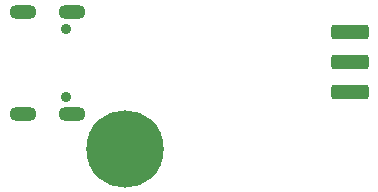
<source format=gbs>
G04*
G04 #@! TF.GenerationSoftware,Altium Limited,Altium Designer,24.4.1 (13)*
G04*
G04 Layer_Color=16711935*
%FSLAX25Y25*%
%MOIN*%
G70*
G04*
G04 #@! TF.SameCoordinates,8F4D0D87-6A9C-402C-AAC4-36E78E1324AD*
G04*
G04*
G04 #@! TF.FilePolarity,Negative*
G04*
G01*
G75*
G04:AMPARAMS|DCode=28|XSize=47.37mil|YSize=126.11mil|CornerRadius=8.92mil|HoleSize=0mil|Usage=FLASHONLY|Rotation=90.000|XOffset=0mil|YOffset=0mil|HoleType=Round|Shape=RoundedRectangle|*
%AMROUNDEDRECTD28*
21,1,0.04737,0.10827,0,0,90.0*
21,1,0.02953,0.12611,0,0,90.0*
1,1,0.01784,0.05413,0.01476*
1,1,0.01784,0.05413,-0.01476*
1,1,0.01784,-0.05413,-0.01476*
1,1,0.01784,-0.05413,0.01476*
%
%ADD28ROUNDEDRECTD28*%
%ADD39O,0.09068X0.04934*%
%ADD40C,0.03556*%
%ADD41C,0.25800*%
D28*
X115157Y11850D02*
D03*
Y21850D02*
D03*
Y31850D02*
D03*
D39*
X22559Y38768D02*
D03*
Y4752D02*
D03*
X6102Y38768D02*
D03*
Y4752D02*
D03*
D40*
X20472Y33138D02*
D03*
Y10382D02*
D03*
D41*
X40354Y-6890D02*
D03*
M02*

</source>
